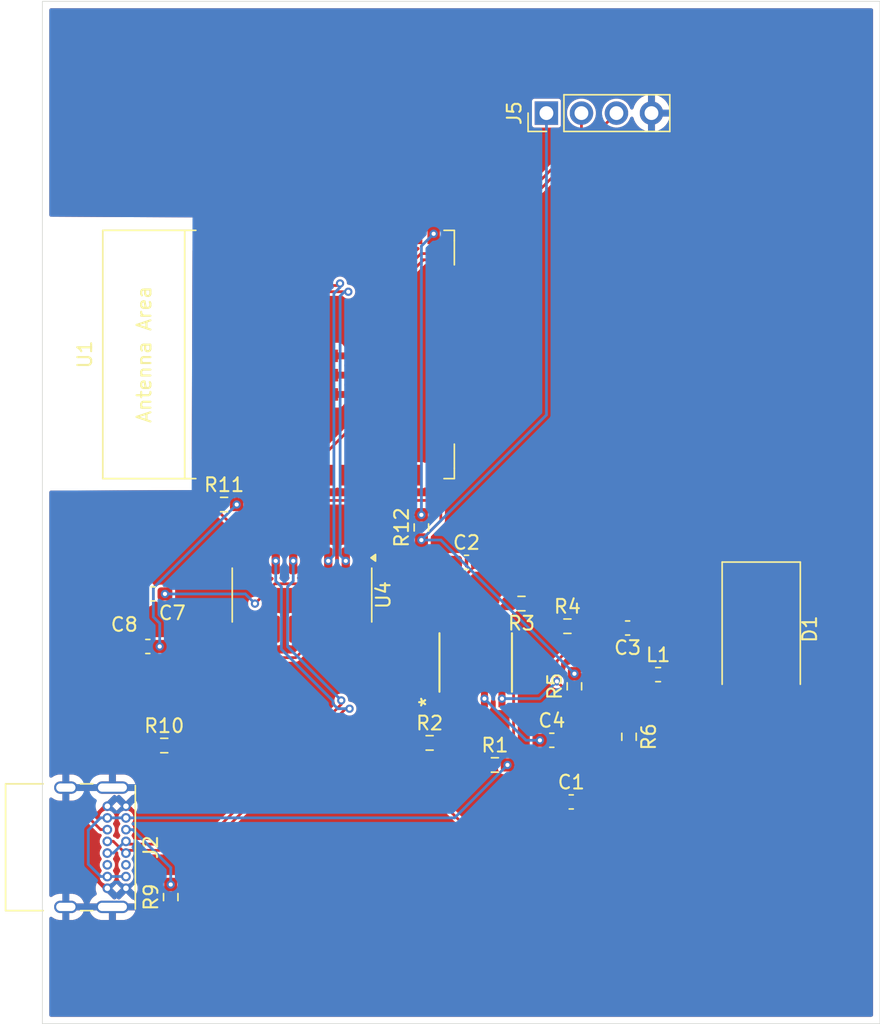
<source format=kicad_pcb>
(kicad_pcb (version 20241229) (generator "pcbnew") (generator_version "9.0")
  (layers (0 "F.Cu" signal) (2 "B.Cu" signal) (13 "F.Paste" user) (15 "B.Paste" user) (5 "F.SilkS" user "F.Silkscreen") (7 "B.SilkS" user "B.Silkscreen") (1 "F.Mask" user) (3 "B.Mask" user) (25 "Edge.Cuts" user))
  (net 0 "")
  (net 3 "VIN")
  (net 4 "GND")
  (net 5 "SW")
  (net 6 "BST")
  (net 7 "+3V3")
  (net 8 "COMP")
  (net 9 "Net-(C4-Pad2)")
  (net 10 "RTS")
  (net 11 "DTR")
  (net 13 "Net-(J2-CC2)")
  (net 14 "D+")
  (net 15 "D-")
  (net 16 "Net-(J2-CC1)")
  (net 17 "EN")
  (net 18 "FREQ")
  (net 19 "Net-(U2-FB)")
  (net 35 "N")
  (net 36 "P")
  (net 43 "unconnected-(U1-GPIO22-Pad36)")
  (net 44 "i2c+")
  (net 45 "i2c-")
  (footprint "MP1584:SOIC8E_MPS_MNP-L" (layer "F.Cu") (at 102.71 95.88 90)
    (property "Reference" "U2" (hide yes))
    (property "Value" "MP1584EN-LF-P")
    (fp_line (start 2.1209 -2.6289) (end -2.1209 -2.6289) (stroke (width 0.1524)) (layer "F.SilkS"))
    (fp_line (start -2.1209 2.6289) (end 2.1209 2.6289) (stroke (width 0.1524)) (layer "F.SilkS"))
    (fp_text user "*" (at -2.87535 -3.556 90) (layer "F.SilkS"))
    (fp_text user "*" (at -2.87535 -3.556 90) (layer "F.SilkS"))
    (pad "1" smd rect (at -2.621351 -1.905 90) (size 1.2549 0.508) (layers "F.Cu" "F.Mask" "F.Paste") (net 5 "SW"))
    (pad "2" smd rect (at -2.621351 -0.635 90) (size 1.2549 0.508) (layers "F.Cu" "F.Mask" "F.Paste") (net 17 "EN"))
    (pad "3" smd rect (at -2.621351 0.635 90) (size 1.2549 0.508) (layers "F.Cu" "F.Mask" "F.Paste") (net 8 "COMP"))
    (pad "4" smd rect (at -2.621351 1.905 90) (size 1.2549 0.508) (layers "F.Cu" "F.Mask" "F.Paste") (net 19 "Net-(U2-FB)"))
    (pad "5" smd rect (at 2.621351 1.905 90) (size 1.2549 0.508) (layers "F.Cu" "F.Mask" "F.Paste") (net 4 "GND"))
    (pad "6" smd rect (at 2.621351 0.635 90) (size 1.2549 0.508) (layers "F.Cu" "F.Mask" "F.Paste") (net 18 "FREQ"))
    (pad "7" smd rect (at 2.621351 -0.635 90) (size 1.2549 0.508) (layers "F.Cu" "F.Mask" "F.Paste") (net 3 "VIN"))
    (pad "8" smd rect (at 2.621351 -1.905 90) (size 1.2549 0.508) (layers "F.Cu" "F.Mask" "F.Paste") (net 6 "BST"))
    (pad "EPAD" smd rect (at 0 0 90) (size 2.5654 3.4544) (layers "F.Cu" "F.Mask"))
  )
  (footprint "Capacitor_SMD:C_0603_1608Metric_Pad1.08x0.95mm_HandSolder" (layer "F.Cu") (at 79.3075 90.91 180)
    (property "Reference" "C7" (at -1.3925 -1.38 0) (layer "F.SilkS"))
    (property "Value" "10uF")
    (fp_line (start -0.146267 0.51) (end 0.146267 0.51) (stroke (width 0.12)) (layer "F.SilkS"))
    (fp_line (start -0.146267 -0.51) (end 0.146267 -0.51) (stroke (width 0.12)) (layer "F.SilkS"))
    (pad "1" smd roundrect (at -0.8625 0 180) (size 1.075 0.95) (layers "F.Cu" "F.Mask" "F.Paste") (net 10 "RTS"))
    (pad "2" smd roundrect (at 0.8625 0 180) (size 1.075 0.95) (layers "F.Cu" "F.Mask" "F.Paste") (net 4 "GND"))
  )
  (footprint "Capacitor_SMD:C_0603_1608Metric_Pad1.08x0.95mm_HandSolder" (layer "F.Cu") (at 102.0425 88.62)
    (property "Reference" "C2" (at 0 -1.43 0) (layer "F.SilkS"))
    (property "Value" "100nF")
    (fp_line (start -0.146267 -0.51) (end 0.146267 -0.51) (stroke (width 0.12)) (layer "F.SilkS"))
    (fp_line (start -0.146267 0.51) (end 0.146267 0.51) (stroke (width 0.12)) (layer "F.SilkS"))
    (pad "1" smd roundrect (at -0.8625 0) (size 1.075 0.95) (layers "F.Cu" "F.Mask" "F.Paste") (net 6 "BST"))
    (pad "2" smd roundrect (at 0.8625 0) (size 1.075 0.95) (layers "F.Cu" "F.Mask" "F.Paste") (net 5 "SW"))
  )
  (footprint "Resistor_SMD:R_0603_1608Metric_Pad0.98x0.95mm_HandSolder" (layer "F.Cu") (at 98.77 86.09 90)
    (property "Reference" "R12" (at 0 -1.43 90) (layer "F.SilkS"))
    (property "Value" "10k")
    (fp_line (start -0.254724 -0.5225) (end 0.254724 -0.5225) (stroke (width 0.12)) (layer "F.SilkS"))
    (fp_line (start -0.254724 0.5225) (end 0.254724 0.5225) (stroke (width 0.12)) (layer "F.SilkS"))
    (pad "1" smd roundrect (at -0.9125 0 90) (size 0.975 0.95) (layers "F.Cu" "F.Mask" "F.Paste") (net 7 "+3V3"))
    (pad "2" smd roundrect (at 0.9125 0 90) (size 0.975 0.95) (layers "F.Cu" "F.Mask" "F.Paste") (net 10 "RTS"))
  )
  (footprint "Resistor_SMD:R_0603_1608Metric_Pad0.98x0.95mm_HandSolder" (layer "F.Cu") (at 80.1175 101.9)
    (property "Reference" "R10" (at 0 -1.43 0) (layer "F.SilkS"))
    (property "Value" "5.1k")
    (fp_line (start -0.254724 -0.5225) (end 0.254724 -0.5225) (stroke (width 0.12)) (layer "F.SilkS"))
    (fp_line (start -0.254724 0.5225) (end 0.254724 0.5225) (stroke (width 0.12)) (layer "F.SilkS"))
    (pad "1" smd roundrect (at -0.9125 0) (size 0.975 0.95) (layers "F.Cu" "F.Mask" "F.Paste") (net 4 "GND"))
    (pad "2" smd roundrect (at 0.9125 0) (size 0.975 0.95) (layers "F.Cu" "F.Mask" "F.Paste") (net 13 "Net-(J2-CC2)"))
  )
  (footprint "Package_SO:SOIC-16_3.9x9.9mm_P1.27mm" (layer "F.Cu") (at 90.11 90.99 -90)
    (property "Reference" "U4" (at 0 -5.9 90) (layer "F.SilkS"))
    (property "Value" "CH340C")
    (fp_line (start 0 5.06) (end -1.95 5.06) (stroke (width 0.12)) (layer "F.SilkS"))
    (fp_line (start 0 5.06) (end 1.95 5.06) (stroke (width 0.12)) (layer "F.SilkS"))
    (fp_line (start 0 -5.06) (end -1.95 -5.06) (stroke (width 0.12)) (layer "F.SilkS"))
    (fp_line (start 0 -5.06) (end 1.95 -5.06) (stroke (width 0.12)) (layer "F.SilkS"))
    (fp_poly (pts (xy -2.7 -5.005) (xy -2.94 -5.335) (xy -2.46 -5.335) (xy -2.7 -5.005)) (stroke (width 0.12)) (fill yes) (layer "F.SilkS"))
    (pad "1" smd roundrect (at -2.475 -4.445 270) (size 1.95 0.6) (layers "F.Cu" "F.Mask" "F.Paste") (net 4 "GND"))
    (pad "2" smd roundrect (at -2.475 -3.175 270) (size 1.95 0.6) (layers "F.Cu" "F.Mask" "F.Paste") (net 35 "N"))
    (pad "3" smd roundrect (at -2.475 -1.905 270) (size 1.95 0.6) (layers "F.Cu" "F.Mask" "F.Paste") (net 36 "P"))
    (pad "4" smd roundrect (at -2.475 -0.635 270) (size 1.95 0.6) (layers "F.Cu" "F.Mask" "F.Paste"))
    (pad "5" smd roundrect (at -2.475 0.635 270) (size 1.95 0.6) (layers "F.Cu" "F.Mask" "F.Paste") (net 14 "D+"))
    (pad "6" smd roundrect (at -2.475 1.905 270) (size 1.95 0.6) (layers "F.Cu" "F.Mask" "F.Paste") (net 15 "D-"))
    (pad "7" smd roundrect (at -2.475 3.175 270) (size 1.95 0.6) (layers "F.Cu" "F.Mask" "F.Paste"))
    (pad "8" smd roundrect (at -2.475 4.445 270) (size 1.95 0.6) (layers "F.Cu" "F.Mask" "F.Paste"))
    (pad "9" smd roundrect (at 2.475 4.445 270) (size 1.95 0.6) (layers "F.Cu" "F.Mask" "F.Paste"))
    (pad "10" smd roundrect (at 2.475 3.175 270) (size 1.95 0.6) (layers "F.Cu" "F.Mask" "F.Paste"))
    (pad "11" smd roundrect (at 2.475 1.905 270) (size 1.95 0.6) (layers "F.Cu" "F.Mask" "F.Paste"))
    (pad "12" smd roundrect (at 2.475 0.635 270) (size 1.95 0.6) (layers "F.Cu" "F.Mask" "F.Paste"))
    (pad "13" smd roundrect (at 2.475 -0.635 270) (size 1.95 0.6) (layers "F.Cu" "F.Mask" "F.Paste") (net 11 "DTR"))
    (pad "14" smd roundrect (at 2.475 -1.905 270) (size 1.95 0.6) (layers "F.Cu" "F.Mask" "F.Paste") (net 10 "RTS"))
    (pad "15" smd roundrect (at 2.475 -3.175 270) (size 1.95 0.6) (layers "F.Cu" "F.Mask" "F.Paste"))
    (pad "16" smd roundrect (at 2.475 -4.445 270) (size 1.95 0.6) (layers "F.Cu" "F.Mask" "F.Paste") (net 7 "+3V3"))
  )
  (footprint "Capacitor_SMD:C_0603_1608Metric_Pad1.08x0.95mm_HandSolder" (layer "F.Cu") (at 113.73 93.38 180)
    (property "Reference" "C3" (at 0 -1.43 0) (layer "F.SilkS"))
    (property "Value" "22uF")
    (fp_line (start -0.146267 0.51) (end 0.146267 0.51) (stroke (width 0.12)) (layer "F.SilkS"))
    (fp_line (start -0.146267 -0.51) (end 0.146267 -0.51) (stroke (width 0.12)) (layer "F.SilkS"))
    (pad "1" smd roundrect (at -0.8625 0 180) (size 1.075 0.95) (layers "F.Cu" "F.Mask" "F.Paste") (net 7 "+3V3"))
    (pad "2" smd roundrect (at 0.8625 0 180) (size 1.075 0.95) (layers "F.Cu" "F.Mask" "F.Paste") (net 4 "GND"))
  )
  (footprint "Connector_PinHeader_2.54mm:PinHeader_1x04_P2.54mm_Vertical" (layer "F.Cu") (at 107.84 56.05 90)
    (property "Reference" "J5" (at 0 -2.33 90) (layer "F.SilkS"))
    (property "Value" "Display Connector")
    (fp_line (start -1.33 -1.33) (end 0 -1.33) (stroke (width 0.12)) (layer "F.SilkS"))
    (fp_line (start -1.33 0) (end -1.33 -1.33) (stroke (width 0.12)) (layer "F.SilkS"))
    (fp_line (start 1.33 1.27) (end 1.33 8.95) (stroke (width 0.12)) (layer "F.SilkS"))
    (fp_line (start -1.33 1.27) (end 1.33 1.27) (stroke (width 0.12)) (layer "F.SilkS"))
    (fp_line (start -1.33 1.27) (end -1.33 8.95) (stroke (width 0.12)) (layer "F.SilkS"))
    (fp_line (start -1.33 8.95) (end 1.33 8.95) (stroke (width 0.12)) (layer "F.SilkS"))
    (pad "1" thru_hole rect (at 0 0 90) (size 1.7 1.7) (drill 1) (layers "*.Cu" "*.Mask") (net 7 "+3V3"))
    (pad "2" thru_hole oval (at 0 2.54 90) (size 1.7 1.7) (drill 1) (layers "*.Cu" "*.Mask") (net 44 "i2c+"))
    (pad "3" thru_hole oval (at 0 5.08 90) (size 1.7 1.7) (drill 1) (layers "*.Cu" "*.Mask") (net 45 "i2c-"))
    (pad "4" thru_hole oval (at 0 7.62 90) (size 1.7 1.7) (drill 1) (layers "*.Cu" "*.Mask") (net 4 "GND"))
  )
  (footprint "Resistor_SMD:R_0603_1608Metric_Pad0.98x0.95mm_HandSolder" (layer "F.Cu") (at 99.3675 101.71)
    (property "Reference" "R2" (at 0 -1.43 0) (layer "F.SilkS"))
    (property "Value" "24.9k")
    (fp_line (start -0.254724 -0.5225) (end 0.254724 -0.5225) (stroke (width 0.12)) (layer "F.SilkS"))
    (fp_line (start -0.254724 0.5225) (end 0.254724 0.5225) (stroke (width 0.12)) (layer "F.SilkS"))
    (pad "1" smd roundrect (at -0.9125 0) (size 0.975 0.95) (layers "F.Cu" "F.Mask" "F.Paste") (net 4 "GND"))
    (pad "2" smd roundrect (at 0.9125 0) (size 0.975 0.95) (layers "F.Cu" "F.Mask" "F.Paste") (net 17 "EN"))
  )
  (footprint "Resistor_SMD:R_0603_1608Metric_Pad0.98x0.95mm_HandSolder" (layer "F.Cu") (at 106.03 91.61 180)
    (property "Reference" "R3" (at 0 -1.43 0) (layer "F.SilkS"))
    (property "Value" "200k")
    (fp_line (start -0.254724 0.5225) (end 0.254724 0.5225) (stroke (width 0.12)) (layer "F.SilkS"))
    (fp_line (start -0.254724 -0.5225) (end 0.254724 -0.5225) (stroke (width 0.12)) (layer "F.SilkS"))
    (pad "1" smd roundrect (at -0.9125 0 180) (size 0.975 0.95) (layers "F.Cu" "F.Mask" "F.Paste") (net 4 "GND"))
    (pad "2" smd roundrect (at 0.9125 0 180) (size 0.975 0.95) (layers "F.Cu" "F.Mask" "F.Paste") (net 18 "FREQ"))
  )
  (footprint "Capacitor_SMD:C_0603_1608Metric_Pad1.08x0.95mm_HandSolder" (layer "F.Cu") (at 109.64 105.99)
    (property "Reference" "C1" (at 0 -1.43 0) (layer "F.SilkS"))
    (property "Value" "10uF")
    (fp_line (start -0.146267 -0.51) (end 0.146267 -0.51) (stroke (width 0.12)) (layer "F.SilkS"))
    (fp_line (start -0.146267 0.51) (end 0.146267 0.51) (stroke (width 0.12)) (layer "F.SilkS"))
    (pad "1" smd roundrect (at -0.8625 0) (size 1.075 0.95) (layers "F.Cu" "F.Mask" "F.Paste") (net 3 "VIN"))
    (pad "2" smd roundrect (at 0.8625 0) (size 1.075 0.95) (layers "F.Cu" "F.Mask" "F.Paste") (net 4 "GND"))
  )
  (footprint "Resistor_SMD:R_0603_1608Metric_Pad0.98x0.95mm_HandSolder" (layer "F.Cu") (at 80.59 112.89 90)
    (property "Reference" "R9" (at 0 -1.43 90) (layer "F.SilkS"))
    (property "Value" "5.1k")
    (fp_line (start -0.254724 -0.5225) (end 0.254724 -0.5225) (stroke (width 0.12)) (layer "F.SilkS"))
    (fp_line (start -0.254724 0.5225) (end 0.254724 0.5225) (stroke (width 0.12)) (layer "F.SilkS"))
    (pad "1" smd roundrect (at -0.9125 0 90) (size 0.975 0.95) (layers "F.Cu" "F.Mask" "F.Paste") (net 4 "GND"))
    (pad "2" smd roundrect (at 0.9125 0 90) (size 0.975 0.95) (layers "F.Cu" "F.Mask" "F.Paste") (net 16 "Net-(J2-CC1)"))
  )
  (footprint "PCM_Espressif:ESP32-WROOM-32E" (layer "F.Cu") (at 90.16 73.55 90)
    (property "Reference" "U1" (at 0 -15.8 90) (layer "F.SilkS"))
    (property "Value" "ESP32-WROOM-E")
    (fp_line (start 9 -14.5) (end 9 -7.75) (stroke (width 0.12)) (layer "F.SilkS"))
    (fp_line (start -9 -14.5) (end 9 -14.5) (stroke (width 0.12)) (layer "F.SilkS"))
    (fp_line (start -9 -14.5) (end -9 -7.75) (stroke (width 0.12)) (layer "F.SilkS"))
    (fp_line (start 9 -8.56) (end -9 -8.56) (stroke (width 0.12)) (layer "F.SilkS"))
    (fp_line (start 9 10.25) (end 9 11) (stroke (width 0.12)) (layer "F.SilkS"))
    (fp_line (start -9 10.25) (end -9 11) (stroke (width 0.12)) (layer "F.SilkS"))
    (fp_line (start 9 11) (end 8.25 11) (stroke (width 0.12)) (layer "F.SilkS"))
    (fp_line (start 8.25 11) (end 6.5 11) (stroke (width 0.12)) (layer "F.SilkS"))
    (fp_line (start -8.25 11) (end -6.5 11) (stroke (width 0.12)) (layer "F.SilkS"))
    (fp_line (start -9 11) (end -8.25 11) (stroke (width 0.12)) (layer "F.SilkS"))
    (fp_text user "Antenna Area" (at 0 -11.5 90) (layer "F.SilkS"))
    (pad "1" smd rect (at -8.75 -7.01 90) (size 1.5 0.9) (layers "F.Cu" "F.Mask" "F.Paste") (net 4 "GND"))
    (pad "2" smd rect (at -8.75 -5.74 90) (size 1.5 0.9) (layers "F.Cu" "F.Mask" "F.Paste") (net 7 "+3V3"))
    (pad "3" smd rect (at -8.75 -4.47 90) (size 1.5 0.9) (layers "F.Cu" "F.Mask" "F.Paste") (net 11 "DTR"))
    (pad "4" smd rect (at -8.75 -3.2 90) (size 1.5 0.9) (layers "F.Cu" "F.Mask" "F.Paste"))
    (pad "5" smd rect (at -8.75 -1.93 90) (size 1.5 0.9) (layers "F.Cu" "F.Mask" "F.Paste"))
    (pad "6" smd rect (at -8.75 -0.66 90) (size 1.5 0.9) (layers "F.Cu" "F.Mask" "F.Paste"))
    (pad "7" smd rect (at -8.75 0.61 90) (size 1.5 0.9) (layers "F.Cu" "F.Mask" "F.Paste") (net 44 "i2c+"))
    (pad "8" smd rect (at -8.75 1.88 90) (size 1.5 0.9) (layers "F.Cu" "F.Mask" "F.Paste"))
    (pad "9" smd rect (at -8.75 3.15 90) (size 1.5 0.9) (layers "F.Cu" "F.Mask" "F.Paste"))
    (pad "10" smd rect (at -8.75 4.42 90) (size 1.5 0.9) (layers "F.Cu" "F.Mask" "F.Paste") (net 45 "i2c-"))
    (pad "11" smd rect (at -8.75 5.69 90) (size 1.5 0.9) (layers "F.Cu" "F.Mask" "F.Paste"))
    (pad "12" smd rect (at -8.75 6.96 90) (size 1.5 0.9) (layers "F.Cu" "F.Mask" "F.Paste"))
    (pad "13" smd rect (at -8.75 8.23 90) (size 1.5 0.9) (layers "F.Cu" "F.Mask" "F.Paste"))
    (pad "14" smd rect (at -8.75 9.5 90) (size 1.5 0.9) (layers "F.Cu" "F.Mask" "F.Paste"))
    (pad "15" smd rect (at -5.72 10.75 180) (size 1.5 0.9) (layers "F.Cu" "F.Mask" "F.Paste") (net 4 "GND"))
    (pad "16" smd rect (at -4.45 10.75 180) (size 1.5 0.9) (layers "F.Cu" "F.Mask" "F.Paste"))
    (pad "17" smd rect (at -3.18 10.75 180) (size 1.5 0.9) (layers "F.Cu" "F.Mask" "F.Paste"))
    (pad "18" smd rect (at -1.91 10.75 180) (size 1.5 0.9) (layers "F.Cu" "F.Mask" "F.Paste"))
    (pad "19" smd rect (at -0.64 10.75 180) (size 1.5 0.9) (layers "F.Cu" "F.Mask" "F.Paste"))
    (pad "20" smd rect (at 0.63 10.75 180) (size 1.5 0.9) (layers "F.Cu" "F.Mask" "F.Paste"))
    (pad "21" smd rect (at 1.9 10.75 180) (size 1.5 0.9) (layers "F.Cu" "F.Mask" "F.Paste"))
    (pad "22" smd rect (at 3.17 10.75 180) (size 1.5 0.9) (layers "F.Cu" "F.Mask" "F.Paste"))
    (pad "23" smd rect (at 4.44 10.75 180) (size 1.5 0.9) (layers "F.Cu" "F.Mask" "F.Paste"))
    (pad "24" smd rect (at 5.71 10.75 180) (size 1.5 0.9) (layers "F.Cu" "F.Mask" "F.Paste"))
    (pad "25" smd rect (at 8.75 9.5 270) (size 1.5 0.9) (layers "F.Cu" "F.Mask" "F.Paste") (net 10 "RTS"))
    (pad "26" smd rect (at 8.75 8.23 270) (size 1.5 0.9) (layers "F.Cu" "F.Mask" "F.Paste"))
    (pad "27" smd rect (at 8.75 6.96 270) (size 1.5 0.9) (layers "F.Cu" "F.Mask" "F.Paste"))
    (pad "28" smd rect (at 8.75 5.69 270) (size 1.5 0.9) (layers "F.Cu" "F.Mask" "F.Paste"))
    (pad "29" smd rect (at 8.75 4.42 270) (size 1.5 0.9) (layers "F.Cu" "F.Mask" "F.Paste"))
    (pad "30" smd rect (at 8.75 3.15 270) (size 1.5 0.9) (layers "F.Cu" "F.Mask" "F.Paste"))
    (pad "31" smd rect (at 8.75 1.88 270) (size 1.5 0.9) (layers "F.Cu" "F.Mask" "F.Paste"))
    (pad "32" smd rect (at 8.75 0.61 270) (size 1.5 0.9) (layers "F.Cu" "F.Mask" "F.Paste"))
    (pad "33" smd rect (at 8.75 -0.66 270) (size 1.5 0.9) (layers "F.Cu" "F.Mask" "F.Paste"))
    (pad "34" smd rect (at 8.75 -1.93 270) (size 1.5 0.9) (layers "F.Cu" "F.Mask" "F.Paste") (net 36 "P"))
    (pad "35" smd rect (at 8.75 -3.2 270) (size 1.5 0.9) (layers "F.Cu" "F.Mask" "F.Paste") (net 35 "N"))
    (pad "36" smd rect (at 8.75 -4.47 270) (size 1.5 0.9) (layers "F.Cu" "F.Mask" "F.Paste") (net 43 "unconnected-(U1-GPIO22-Pad36)"))
    (pad "37" smd rect (at 8.75 -5.74 270) (size 1.5 0.9) (layers "F.Cu" "F.Mask" "F.Paste"))
    (pad "38" smd rect (at 8.75 -7.01 270) (size 1.5 0.9) (layers "F.Cu" "F.Mask" "F.Paste") (net 4 "GND"))
    (pad "39" smd rect (at -2.9 -0.69 270) (size 0.9 0.9) (layers "F.Cu" "F.Mask" "F.Paste") (net 4 "GND"))
    (pad "39" smd rect (at -2.9 -0.69 270) (size 0.9 0.9) (layers "F.Cu" "F.Mask" "F.Paste") (net 4 "GND"))
    (pad "39" smd rect (at -2.9 0.71 270) (size 0.9 0.9) (layers "F.Cu" "F.Mask" "F.Paste") (net 4 "GND"))
    (pad "39" smd rect (at -2.9 2.11 270) (size 0.9 0.9) (layers "F.Cu" "F.Mask" "F.Paste") (net 4 "GND"))
    (pad "39" smd rect (at -2.9 2.11 270) (size 0.9 0.9) (layers "F.Cu" "F.Mask" "F.Paste") (net 4 "GND"))
    (pad "39" smd rect (at -1.5 -0.69 270) (size 0.9 0.9) (layers "F.Cu" "F.Mask" "F.Paste") (net 4 "GND"))
    (pad "39" smd rect (at -1.5 0.71 270) (size 0.9 0.9) (layers "F.Cu" "F.Mask" "F.Paste") (net 4 "GND"))
    (pad "39" smd rect (at -1.5 2.11 270) (size 0.9 0.9) (layers "F.Cu" "F.Mask" "F.Paste") (net 4 "GND"))
    (pad "39" smd rect (at -1.5 2.11 270) (size 0.9 0.9) (layers "F.Cu" "F.Mask" "F.Paste") (net 4 "GND"))
    (pad "39" smd rect (at -0.1 -0.69 270) (size 0.9 0.9) (layers "F.Cu" "F.Mask" "F.Paste") (net 4 "GND"))
    (pad "39" smd rect (at -0.1 0.71 270) (size 0.9 0.9) (layers "F.Cu" "F.Mask" "F.Paste") (net 4 "GND"))
    (pad "39" smd rect (at -0.1 2.11 270) (size 0.9 0.9) (layers "F.Cu" "F.Mask" "F.Paste") (net 4 "GND"))
    (zone (net 0) (net_name "") (layers "F.Cu" "B.Cu") (name "antenna keepout") (connect_pads (clearance 0)) (min_thickness 0.254)
      (keepout (tracks not_allowed) (vias not_allowed) (pads not_allowed) (copperpour not_allowed) (footprints not_allowed))
      (fill (thermal_gap 0.508) (thermal_bridge_width 0.508))
      (polygon (pts (xy 81.61 64.55) (xy 81.61 82.55) (xy 75.66 82.55) (xy 75.66 64.55)))
    )
  )
  (footprint "Diode_SMD:D_3220_8050Metric_Pad2.65x5.15mm_HandSolder" (layer "F.Cu") (at 123.42 93.46 -90)
    (property "Reference" "D1" (at 0 -3.52 90) (layer "F.SilkS"))
    (property "Value" "D_Schottky")
    (fp_line (start -4.86 2.835) (end 4 2.835) (stroke (width 0.12)) (layer "F.SilkS"))
    (fp_line (start -4.86 -2.835) (end -4.86 2.835) (stroke (width 0.12)) (layer "F.SilkS"))
    (fp_line (start 4 -2.835) (end -4.86 -2.835) (stroke (width 0.12)) (layer "F.SilkS"))
    (pad "1" smd roundrect (at -3.275 0 270) (size 2.65 5.15) (layers "F.Cu" "F.Mask" "F.Paste") (roundrect_rratio 0.09434) (net 4 "GND"))
    (pad "2" smd roundrect (at 3.275 0 270) (size 2.65 5.15) (layers "F.Cu" "F.Mask" "F.Paste") (roundrect_rratio 0.09434) (net 5 "SW"))
  )
  (footprint "Capacitor_SMD:C_0603_1608Metric_Pad1.08x0.95mm_HandSolder" (layer "F.Cu") (at 108.23 101.52)
    (property "Reference" "C4" (at 0 -1.43 0) (layer "F.SilkS"))
    (property "Value" "220pF")
    (fp_line (start -0.146267 -0.51) (end 0.146267 -0.51) (stroke (width 0.12)) (layer "F.SilkS"))
    (fp_line (start -0.146267 0.51) (end 0.146267 0.51) (stroke (width 0.12)) (layer "F.SilkS"))
    (pad "1" smd roundrect (at -0.8625 0) (size 1.075 0.95) (layers "F.Cu" "F.Mask" "F.Paste") (net 8 "COMP"))
    (pad "2" smd roundrect (at 0.8625 0) (size 1.075 0.95) (layers "F.Cu" "F.Mask" "F.Paste") (net 9 "Net-(C4-Pad2)"))
  )
  (footprint "Capacitor_SMD:C_0603_1608Metric_Pad1.08x0.95mm_HandSolder" (layer "F.Cu") (at 78.9275 94.72)
    (property "Reference" "C8" (at -1.7075 -1.59 0) (layer "F.SilkS"))
    (property "Value" "10uF")
    (fp_line (start -0.146267 -0.51) (end 0.146267 -0.51) (stroke (width 0.12)) (layer "F.SilkS"))
    (fp_line (start -0.146267 0.51) (end 0.146267 0.51) (stroke (width 0.12)) (layer "F.SilkS"))
    (pad "1" smd roundrect (at -0.8625 0) (size 1.075 0.95) (layers "F.Cu" "F.Mask" "F.Paste") (net 4 "GND"))
    (pad "2" smd roundrect (at 0.8625 0) (size 1.075 0.95) (layers "F.Cu" "F.Mask" "F.Paste") (net 11 "DTR"))
  )
  (footprint "Connector_USB:USB_C_Receptacle_GCT_USB4085" (layer "F.Cu") (at 77.34 106.3 -90)
    (property "Reference" "J2" (at 2.975 -1.8 90) (layer "F.SilkS"))
    (property "Value" "USB_C_Receptacle_USB2.0_14P" (hide yes))
    (fp_line (start -1.62 8.73) (end 7.57 8.73) (stroke (width 0.12)) (layer "F.SilkS"))
    (fp_line (start -1.62 6) (end -1.62 8.73) (stroke (width 0.12)) (layer "F.SilkS"))
    (fp_line (start 7.57 6) (end 7.57 8.73) (stroke (width 0.12)) (layer "F.SilkS"))
    (fp_line (start -1.62 2.4) (end -1.62 3.3) (stroke (width 0.12)) (layer "F.SilkS"))
    (fp_line (start 7.57 2.4) (end 7.57 3.3) (stroke (width 0.12)) (layer "F.SilkS"))
    (fp_line (start -1.5 -0.68) (end 7.45 -0.68) (stroke (width 0.12)) (layer "F.SilkS"))
    (pad "A1" thru_hole circle (at 0 0 270) (size 0.7 0.7) (drill 0.4) (layers "*.Cu" "*.Mask") (net 4 "GND"))
    (pad "A4" thru_hole circle (at 0.85 0 270) (size 0.7 0.7) (drill 0.4) (layers "*.Cu" "*.Mask") (net 3 "VIN"))
    (pad "A5" thru_hole circle (at 1.7 0 270) (size 0.7 0.7) (drill 0.4) (layers "*.Cu" "*.Mask") (net 16 "Net-(J2-CC1)"))
    (pad "A6" thru_hole circle (at 2.55 0 270) (size 0.7 0.7) (drill 0.4) (layers "*.Cu" "*.Mask") (net 14 "D+"))
    (pad "A7" thru_hole circle (at 3.4 0 270) (size 0.7 0.7) (drill 0.4) (layers "*.Cu" "*.Mask") (net 15 "D-"))
    (pad "A8" thru_hole circle (at 4.25 0 270) (size 0.7 0.7) (drill 0.4) (layers "*.Cu" "*.Mask"))
    (pad "A9" thru_hole circle (at 5.1 0 270) (size 0.7 0.7) (drill 0.4) (layers "*.Cu" "*.Mask") (net 3 "VIN"))
    (pad "A12" thru_hole circle (at 5.95 0 270) (size 0.7 0.7) (drill 0.4) (layers "*.Cu" "*.Mask") (net 4 "GND"))
    (pad "B1" thru_hole circle (at 5.95 1.35 270) (size 0.7 0.7) (drill 0.4) (layers "*.Cu" "*.Mask") (net 4 "GND"))
    (pad "B4" thru_hole circle (at 5.1 1.35 270) (size 0.7 0.7) (drill 0.4) (layers "*.Cu" "*.Mask") (net 3 "VIN"))
    (pad "B5" thru_hole circle (at 4.25 1.35 270) (size 0.7 0.7) (drill 0.4) (layers "*.Cu" "*.Mask") (net 13 "Net-(J2-CC2)"))
    (pad "B6" thru_hole circle (at 3.4 1.35 270) (size 0.7 0.7) (drill 0.4) (layers "*.Cu" "*.Mask") (net 14 "D+"))
    (pad "B7" thru_hole circle (at 2.55 1.35 270) (size 0.7 0.7) (drill 0.4) (layers "*.Cu" "*.Mask") (net 15 "D-"))
    (pad "B8" thru_hole circle (at 1.7 1.35 270) (size 0.7 0.7) (drill 0.4) (layers "*.Cu" "*.Mask"))
    (pad "B9" thru_hole circle (at 0.85 1.35 270) (size 0.7 0.7) (drill 0.4) (layers "*.Cu" "*.Mask") (net 3 "VIN"))
    (pad "B12" thru_hole circle (at 0 1.35 270) (size 0.7 0.7) (drill 0.4) (layers "*.Cu" "*.Mask") (net 4 "GND"))
    (pad "S1" thru_hole oval (at -1.35 0.98 270) (size 0.9 2.4) (drill oval 0.6 2.1) (layers "*.Cu" "*.Mask") (net 4 "GND"))
    (pad "S1" thru_hole oval (at -1.35 4.36 270) (size 0.9 1.7) (drill oval 0.6 1.4) (layers "*.Cu" "*.Mask") (net 4 "GND"))
    (pad "S1" thru_hole oval (at 7.3 0.98 270) (size 0.9 2.4) (drill oval 0.6 2.1) (layers "*.Cu" "*.Mask") (net 4 "GND"))
    (pad "S1" thru_hole oval (at 7.3 4.36 270) (size 0.9 1.7) (drill oval 0.6 1.4) (layers "*.Cu" "*.Mask") (net 4 "GND"))
  )
  (footprint "Resistor_SMD:R_0603_1608Metric_Pad0.98x0.95mm_HandSolder" (layer "F.Cu") (at 109.87 97.6075 90)
    (property "Reference" "R5" (at 0 -1.43 90) (layer "F.SilkS"))
    (property "Value" "124k")
    (fp_line (start -0.254724 -0.5225) (end 0.254724 -0.5225) (stroke (width 0.12)) (layer "F.SilkS"))
    (fp_line (start -0.254724 0.5225) (end 0.254724 0.5225) (stroke (width 0.12)) (layer "F.SilkS"))
    (pad "1" smd roundrect (at -0.9125 0 90) (size 0.975 0.95) (layers "F.Cu" "F.Mask" "F.Paste") (net 19 "Net-(U2-FB)"))
    (pad "2" smd roundrect (at 0.9125 0 90) (size 0.975 0.95) (layers "F.Cu" "F.Mask" "F.Paste") (net 7 "+3V3"))
  )
  (footprint "Resistor_SMD:R_0603_1608Metric_Pad0.98x0.95mm_HandSolder" (layer "F.Cu") (at 104.1025 103.31)
    (property "Reference" "R1" (at 0 -1.43 0) (layer "F.SilkS"))
    (property "Value" "100k")
    (fp_line (start -0.254724 -0.5225) (end 0.254724 -0.5225) (stroke (width 0.12)) (layer "F.SilkS"))
    (fp_line (start -0.254724 0.5225) (end 0.254724 0.5225) (stroke (width 0.12)) (layer "F.SilkS"))
    (pad "1" smd roundrect (at -0.9125 0) (size 0.975 0.95) (layers "F.Cu" "F.Mask" "F.Paste") (net 17 "EN"))
    (pad "2" smd roundrect (at 0.9125 0) (size 0.975 0.95) (layers "F.Cu" "F.Mask" "F.Paste") (net 3 "VIN"))
  )
  (footprint "Resistor_SMD:R_0603_1608Metric_Pad0.98x0.95mm_HandSolder" (layer "F.Cu") (at 109.3625 93.25)
    (property "Reference" "R4" (at 0 -1.43 0) (layer "F.SilkS"))
    (property "Value" "40.2k")
    (fp_line (start -0.254724 -0.5225) (end 0.254724 -0.5225) (stroke (width 0.12)) (layer "F.SilkS"))
    (fp_line (start -0.254724 0.5225) (end 0.254724 0.5225) (stroke (width 0.12)) (layer "F.SilkS"))
    (pad "1" smd roundrect (at -0.9125 0) (size 0.975 0.95) (layers "F.Cu" "F.Mask" "F.Paste") (net 4 "GND"))
    (pad "2" smd roundrect (at 0.9125 0) (size 0.975 0.95) (layers "F.Cu" "F.Mask" "F.Paste") (net 19 "Net-(U2-FB)"))
  )
  (footprint "Resistor_SMD:R_0603_1608Metric_Pad0.98x0.95mm_HandSolder" (layer "F.Cu") (at 84.46 84.43)
    (property "Reference" "R11" (at 0 -1.43 0) (layer "F.SilkS"))
    (property "Value" "10k")
    (fp_line (start -0.254724 -0.5225) (end 0.254724 -0.5225) (stroke (width 0.12)) (layer "F.SilkS"))
    (fp_line (start -0.254724 0.5225) (end 0.254724 0.5225) (stroke (width 0.12)) (layer "F.SilkS"))
    (pad "1" smd roundrect (at -0.9125 0) (size 0.975 0.95) (layers "F.Cu" "F.Mask" "F.Paste") (net 7 "+3V3"))
    (pad "2" smd roundrect (at 0.9125 0) (size 0.975 0.95) (layers "F.Cu" "F.Mask" "F.Paste") (net 11 "DTR"))
  )
  (footprint "Resistor_SMD:R_0603_1608Metric_Pad0.98x0.95mm_HandSolder" (layer "F.Cu") (at 113.83 101.2675 -90)
    (property "Reference" "R6" (at 0 -1.43 90) (layer "F.SilkS"))
    (property "Value" "68.1k")
    (fp_line (start -0.254724 0.5225) (end 0.254724 0.5225) (stroke (width 0.12)) (layer "F.SilkS"))
    (fp_line (start -0.254724 -0.5225) (end 0.254724 -0.5225) (stroke (width 0.12)) (layer "F.SilkS"))
    (pad "1" smd roundrect (at -0.9125 0 270) (size 0.975 0.95) (layers "F.Cu" "F.Mask" "F.Paste") (net 4 "GND"))
    (pad "2" smd roundrect (at 0.9125 0 270) (size 0.975 0.95) (layers "F.Cu" "F.Mask" "F.Paste") (net 9 "Net-(C4-Pad2)"))
  )
  (footprint "Inductor_SMD:L_0603_1608Metric_Pad1.05x0.95mm_HandSolder" (layer "F.Cu") (at 115.94 96.76)
    (property "Reference" "L1" (at 0 -1.43 0) (layer "F.SilkS"))
    (property "Value" "10uH")
    (fp_line (start -0.171267 -0.51) (end 0.171267 -0.51) (stroke (width 0.12)) (layer "F.SilkS"))
    (fp_line (start -0.171267 0.51) (end 0.171267 0.51) (stroke (width 0.12)) (layer "F.SilkS"))
    (pad "1" smd roundrect (at -0.875 0) (size 1.05 0.95) (layers "F.Cu" "F.Mask" "F.Paste") (net 7 "+3V3"))
    (pad "2" smd roundrect (at 0.875 0) (size 1.05 0.95) (layers "F.Cu" "F.Mask" "F.Paste") (net 5 "SW"))
  )
  (gr_rect (start 71.28 47.95) (end 132.03 122.07) (stroke (width 0.05)) (fill no) (layer "Edge.Cuts"))
  (segment (start 104.6519 94.21) (end 102.82 94.21) (width 0.2) (layer "F.Cu") (net 3))
  (segment (start 105.015 103.31) (end 106.0975 103.31) (width 0.2) (layer "F.Cu") (net 3))
  (segment (start 106.0975 103.31) (end 108.7775 105.99) (width 0.2) (layer "F.Cu") (net 3))
  (segment (start 102.82 94.21) (end 102.075 93.465) (width 0.2) (layer "F.Cu") (net 3))
  (segment (start 105.46 102.865) (end 105.46 95.0181) (width 0.2) (layer "F.Cu") (net 3))
  (segment (start 105.46 95.0181) (end 104.6519 94.21) (width 0.2) (layer "F.Cu") (net 3))
  (segment (start 105.015 103.31) (end 105.46 102.865) (width 0.2) (layer "F.Cu") (net 3))
  (via (at 105.015 103.31) (size 0.6) (drill 0.3) (layers "F.Cu" "B.Cu") (net 3))
  (segment (start 75.500026 107.145) (end 74.61 108.035026) (width 0.2) (layer "B.Cu") (net 3))
  (segment (start 75.500026 111.395) (end 75.995 111.395) (width 0.2) (layer "B.Cu") (net 3))
  (segment (start 75.995 107.145) (end 75.500026 107.145) (width 0.2) (layer "B.Cu") (net 3))
  (segment (start 74.61 110.504974) (end 75.500026 111.395) (width 0.2) (layer "B.Cu") (net 3))
  (segment (start 75.995 111.395) (end 77.345 111.395) (width 0.2) (layer "B.Cu") (net 3))
  (segment (start 75.995 107.145) (end 77.345 107.145) (width 0.2) (layer "B.Cu") (net 3))
  (segment (start 77.345 107.145) (end 101.18 107.145) (width 0.2) (layer "B.Cu") (net 3))
  (segment (start 101.18 107.145) (end 105.015 103.31) (width 0.2) (layer "B.Cu") (net 3))
  (segment (start 74.61 108.035026) (end 74.61 110.504974) (width 0.2) (layer "B.Cu") (net 3))
  (segment (start 101.52 94.027099) (end 101.52 90.005) (width 0.2) (layer "F.Cu") (net 5))
  (segment (start 105.009 110.811) (end 109.159 110.811) (width 0.2) (layer "F.Cu") (net 5))
  (segment (start 116.815 96.76) (end 123.18 96.76) (width 0.2) (layer "F.Cu") (net 5))
  (segment (start 100.6 94.45) (end 100.76 94.29) (width 0.2) (layer "F.Cu") (net 5))
  (segment (start 109.159 110.811) (end 116.815 103.155) (width 0.2) (layer "F.Cu") (net 5))
  (segment (start 99.4915 105.2935) (end 105.009 110.811) (width 0.2) (layer "F.Cu") (net 5))
  (segment (start 100.76 94.29) (end 101.257099 94.29) (width 0.2) (layer "F.Cu") (net 5))
  (segment (start 100.805 98.501351) (end 99.4915 99.814851) (width 0.2) (layer "F.Cu") (net 5))
  (segment (start 100.805 98.501351) (end 100.6 98.296351) (width 0.2) (layer "F.Cu") (net 5))
  (segment (start 116.815 103.155) (end 116.815 96.76) (width 0.2) (layer "F.Cu") (net 5))
  (segment (start 101.257099 94.29) (end 101.52 94.027099) (width 0.2) (layer "F.Cu") (net 5))
  (segment (start 101.52 90.005) (end 102.905 88.62) (width 0.2) (layer "F.Cu") (net 5))
  (segment (start 99.4915 99.814851) (end 99.4915 105.2935) (width 0.2) (layer "F.Cu") (net 5))
  (segment (start 100.6 98.296351) (end 100.6 94.45) (width 0.2) (layer "F.Cu") (net 5))
  (segment (start 100.805 88.995) (end 101.18 88.62) (width 0.2) (layer "F.Cu") (net 6))
  (segment (start 100.805 93.258649) (end 100.805 88.995) (width 0.2) (layer "F.Cu") (net 6))
  (segment (start 83.5475 84.43) (end 84.7675 85.65) (width 0.2) (layer "F.Cu") (net 7))
  (segment (start 83.5475 84.43) (end 84.42 83.5575) (width 0.2) (layer "F.Cu") (net 7))
  (segment (start 100.18 84.73) (end 100.18 85.5925) (width 0.2) (layer "F.Cu") (net 7))
  (segment (start 88.98 84.13) (end 99.58 84.13) (width 0.2) (layer "F.Cu") (net 7))
  (segment (start 95.555 93.465) (end 94.555 93.465) (width 0.2) (layer "F.Cu") (net 7))
  (segment (start 114.5925 96.2875) (end 115.065 96.76) (width 0.2) (layer "F.Cu") (net 7))
  (segment (start 100.18 85.5925) (end 98.77 87.0025) (width 0.2) (layer "F.Cu") (net 7))
  (segment (start 98.77 90.28) (end 95.57 93.48) (width 0.2) (layer "F.Cu") (net 7))
  (segment (start 84.7675 85.65) (end 87.46 85.65) (width 0.2) (layer "F.Cu") (net 7))
  (segment (start 95.57 93.48) (end 95.555 93.465) (width 0.2) (layer "F.Cu") (net 7))
  (segment (start 98.77 87.0025) (end 98.77 90.28) (width 0.2) (layer "F.Cu") (net 7))
  (segment (start 114.5925 93.38) (end 114.5925 96.2875) (width 0.2) (layer "F.Cu") (net 7))
  (segment (start 99.58 84.13) (end 100.18 84.73) (width 0.2) (layer "F.Cu") (net 7))
  (segment (start 115.065 96.76) (end 109.935 96.76) (width 0.2) (layer "F.Cu") (net 7))
  (segment (start 84.42 83.5575) (end 84.42 82.3) (width 0.2) (layer "F.Cu") (net 7))
  (segment (start 87.46 85.65) (end 88.98 84.13) (width 0.2) (layer "F.Cu") (net 7))
  (via (at 109.87 96.695) (size 0.6) (drill 0.3) (layers "F.Cu" "B.Cu") (net 7))
  (via (at 98.77 87.0025) (size 0.6) (drill 0.3) (layers "F.Cu" "B.Cu") (net 7))
  (segment (start 107.84 77.9325) (end 107.84 56.05) (width 0.2) (layer "B.Cu") (net 7))
  (segment (start 109.87 96.695) (end 100.1775 87.0025) (width 0.2) (layer "B.Cu") (net 7))
  (segment (start 100.1775 87.0025) (end 98.77 87.0025) (width 0.2) (layer "B.Cu") (net 7))
  (segment (start 98.77 87.0025) (end 107.84 77.9325) (width 0.2) (layer "B.Cu") (net 7))
  (via (at 107.3675 101.52) (size 0.6) (drill 0.3) (layers "F.Cu" "B.Cu") (net 8))
  (via (at 103.345 98.501351) (size 0.6) (drill 0.3) (layers "F.Cu" "B.Cu") (net 8))
  (segment (start 106.363649 101.52) (end 107.3675 101.52) (width 0.2) (layer "B.Cu") (net 8))
  (segment (start 103.345 98.501351) (end 106.363649 101.52) (width 0.2) (layer "B.Cu") (net 8))
  (segment (start 109.7525 102.18) (end 109.0925 101.52) (width 0.2) (layer "F.Cu") (net 9))
  (segment (start 113.83 102.18) (end 109.7525 102.18) (width 0.2) (layer "F.Cu") (net 9))
  (segment (start 96.31 86.57) (end 97.7025 85.1775) (width 0.2) (layer "F.Cu") (net 10))
  (segment (start 86.698484 91.611516) (end 88.135 90.175) (width 0.2) (layer "F.Cu") (net 10))
  (segment (start 97.7025 85.1775) (end 98.77 85.1775) (width 0.2) (layer "F.Cu") (net 10))
  (segment (start 88.135 90.175) (end 91.96 90.175) (width 0.2) (layer "F.Cu") (net 10))
  (segment (start 96.31 89.29) (end 96.31 86.57) (width 0.2) (layer "F.Cu") (net 10))
  (segment (start 92.015 93.465) (end 92.015 90.23) (width 0.2) (layer "F.Cu") (net 10))
  (segment (start 91.96 90.175) (end 95.425 90.175) (width 0.2) (layer "F.Cu") (net 10))
  (segment (start 92.015 90.23) (end 91.96 90.175) (width 0.2) (layer "F.Cu") (net 10))
  (segment (start 95.425 90.175) (end 96.31 89.29) (width 0.2) (layer "F.Cu") (net 10))
  (via (at 86.698484 91.611516) (size 0.6) (drill 0.3) (layers "F.Cu" "B.Cu") (net 10))
  (via (at 99.66 64.8) (size 0.6) (drill 0.3) (layers "F.Cu" "B.Cu") (net 10))
  (via (at 80.17 90.91) (size 0.6) (drill 0.3) (layers "F.Cu" "B.Cu") (net 10))
  (via (at 98.77 85.1775) (size 0.6) (drill 0.3) (layers "F.Cu" "B.Cu") (net 10))
  (segment (start 98.77 85.1775) (end 98.77 65.69) (width 0.2) (layer "B.Cu") (net 10))
  (segment (start 98.77 65.69) (end 99.66 64.8) (width 0.2) (layer "B.Cu") (net 10))
  (segment (start 80.17 90.91) (end 85.996968 90.91) (width 0.2) (layer "B.Cu") (net 10))
  (segment (start 85.996968 90.91) (end 86.698484 91.611516) (width 0.2) (layer "B.Cu") (net 10))
  (segment (start 85.12 95.53) (end 84.31 94.72) (width 0.2) (layer "F.Cu") (net 11))
  (segment (start 90.745 93.465) (end 90.745 94.439999) (width 0.2) (layer "F.Cu") (net 11))
  (segment (start 84.31 94.72) (end 79.79 94.72) (width 0.2) (layer "F.Cu") (net 11))
  (segment (start 85.3725 84.43) (end 85.3725 82.6175) (width 0.2) (layer "F.Cu") (net 11))
  (segment (start 85.3725 82.6175) (end 85.69 82.3) (width 0.2) (layer "F.Cu") (net 11))
  (segment (start 90.745 94.439999) (end 89.654999 95.53) (width 0.2) (layer "F.Cu") (net 11))
  (segment (start 89.654999 95.53) (end 85.12 95.53) (width 0.2) (layer "F.Cu") (net 11))
  (via (at 85.3725 84.43) (size 0.6) (drill 0.3) (layers "F.Cu" "B.Cu") (net 11))
  (via (at 79.79 94.72) (size 0.6) (drill 0.3) (layers "F.Cu" "B.Cu") (net 11))
  (segment (start 79.33 92.58) (end 79.79 93.04) (width 0.2) (layer "B.Cu") (net 11))
  (segment (start 79.33 90.4725) (end 79.33 92.58) (width 0.2) (layer "B.Cu") (net 11))
  (segment (start 85.3725 84.43) (end 79.33 90.4725) (width 0.2) (layer "B.Cu") (net 11))
  (segment (start 79.79 93.04) (end 79.79 94.72) (width 0.2) (layer "B.Cu") (net 11))
  (segment (start 75.500026 107.995) (end 74.6 107.094974) (width 0.2) (layer "F.Cu") (net 13))
  (segment (start 79.64 103.29) (end 81.03 101.9) (width 0.2) (layer "F.Cu") (net 13))
  (segment (start 74.6 103.6) (end 74.91 103.29) (width 0.2) (layer "F.Cu") (net 13))
  (segment (start 75.995 107.995) (end 75.500026 107.995) (width 0.2) (layer "F.Cu") (net 13))
  (segment (start 74.91 103.29) (end 79.64 103.29) (width 0.2) (layer "F.Cu") (net 13))
  (segment (start 74.6 107.094974) (end 74.6 103.6) (width 0.2) (layer "F.Cu") (net 13))
  (segment (start 82.821802 109.049999) (end 92.959479 98.912322) (width 0.2) (layer "F.Cu") (net 14))
  (segment (start 77.34 108.85) (end 77.539999 109.049999) (width 0.2) (layer "F.Cu") (net 14))
  (segment (start 77.539999 109.049999) (end 82.821802 109.049999) (width 0.2) (layer "F.Cu") (net 14))
  (segment (start 92.959479 98.912322) (end 92.959479 98.629479) (width 0.2) (layer "F.Cu") (net 14))
  (via (at 89.475 88.515) (size 0.6) (drill 0.3) (layers "F.Cu" "B.Cu") (net 14))
  (via (at 92.959479 98.629479) (size 0.6) (drill 0.3) (layers "F.Cu" "B.Cu") (net 14))
  (segment (start 76.424346 109.695) (end 77.274346 108.845) (width 0.2) (layer "B.Cu") (net 14))
  (segment (start 89.065 94.735) (end 89.065 90.387501) (width 0.2) (layer "B.Cu") (net 14))
  (segment (start 89.475 89.977501) (end 89.475 88.515) (width 0.2) (layer "B.Cu") (net 14))
  (segment (start 92.959479 98.629479) (end 89.065 94.735) (width 0.2) (layer "B.Cu") (net 14))
  (segment (start 77.274346 108.845) (end 77.345 108.845) (width 0.2) (layer "B.Cu") (net 14))
  (segment (start 89.065 90.387501) (end 89.475 89.977501) (width 0.2) (layer "B.Cu") (net 14))
  (segment (start 75.995 109.695) (end 76.424346 109.695) (width 0.2) (layer "B.Cu") (net 14))
  (segment (start 76.424346 108.845) (end 77.274346 109.695) (width 0.2) (layer "F.Cu") (net 15))
  (segment (start 77.539999 109.500001) (end 83.008198 109.500001) (width 0.2) (layer "F.Cu") (net 15))
  (segment (start 77.34 109.7) (end 77.539999 109.500001) (width 0.2) (layer "F.Cu") (net 15))
  (segment (start 77.274346 109.695) (end 77.345 109.695) (width 0.2) (layer "F.Cu") (net 15))
  (segment (start 75.995 108.845) (end 76.424346 108.845) (width 0.2) (layer "F.Cu") (net 15))
  (segment (start 83.008198 109.500001) (end 93.277678 99.230521) (width 0.2) (layer "F.Cu") (net 15))
  (segment (start 93.277678 99.230521) (end 93.560521 99.230521) (width 0.2) (layer "F.Cu") (net 15))
  (via (at 93.560521 99.230521) (size 0.6) (drill 0.3) (layers "F.Cu" "B.Cu") (net 15))
  (via (at 88.205 88.515) (size 0.6) (drill 0.3) (layers "F.Cu" "B.Cu") (net 15))
  (segment (start 88.615 90.387501) (end 88.205 89.977501) (width 0.2) (layer "B.Cu") (net 15))
  (segment (start 92.358479 98.664875) (end 88.615 94.921396) (width 0.2) (layer "B.Cu") (net 15))
  (segment (start 92.710536 99.230479) (end 92.358479 98.878422) (width 0.2) (layer "B.Cu") (net 15))
  (segment (start 92.358479 98.878422) (end 92.358479 98.664875) (width 0.2) (layer "B.Cu") (net 15))
  (segment (start 88.205 89.977501) (end 88.205 88.515) (width 0.2) (layer "B.Cu") (net 15))
  (segment (start 93.560521 99.230521) (end 92.924125 99.230521) (width 0.2) (layer "B.Cu") (net 15))
  (segment (start 92.924083 99.230479) (end 92.710536 99.230479) (width 0.2) (layer "B.Cu") (net 15))
  (segment (start 92.924125 99.230521) (end 92.924083 99.230479) (width 0.2) (layer "B.Cu") (net 15))
  (segment (start 88.615 94.921396) (end 88.615 90.387501) (width 0.2) (layer "B.Cu") (net 15))
  (via (at 80.59 111.9775) (size 0.6) (drill 0.3) (layers "F.Cu" "B.Cu") (net 16))
  (segment (start 77.34 108) (end 77.834974 108) (width 0.2) (layer "B.Cu") (net 16))
  (segment (start 77.834974 108) (end 80.59 110.755026) (width 0.2) (layer "B.Cu") (net 16))
  (segment (start 80.59 110.755026) (end 80.59 111.9775) (width 0.2) (layer "B.Cu") (net 16))
  (segment (start 102.075 101.225) (end 102.075 98.501351) (width 0.2) (layer "F.Cu") (net 17))
  (segment (start 100.28 101.71) (end 101.59 101.71) (width 0.2) (layer "F.Cu") (net 17))
  (segment (start 101.59 101.71) (end 103.19 103.31) (width 0.2) (layer "F.Cu") (net 17))
  (segment (start 101.59 101.71) (end 102.075 101.225) (width 0.2) (layer "F.Cu") (net 17))
  (segment (start 103.345 93.045199) (end 104.780199 91.61) (width 0.2) (layer "F.Cu") (net 18))
  (segment (start 109.87 98.52) (end 108.6 97.25) (width 0.2) (layer "F.Cu") (net 19))
  (segment (start 108.6 95.78) (end 110.275 94.105) (width 0.2) (layer "F.Cu") (net 19))
  (segment (start 110.275 94.105) (end 110.275 93.25) (width 0.2) (layer "F.Cu") (net 19))
  (segment (start 108.6 97.25) (end 108.6 95.78) (width 0.2) (layer "F.Cu") (net 19))
  (via (at 104.615 98.501351) (size 0.6) (drill 0.3) (layers "F.Cu" "B.Cu") (net 19))
  (via (at 108.6 97.25) (size 0.6) (drill 0.3) (layers "F.Cu" "B.Cu") (net 19))
  (segment (start 108.6 97.25) (end 107.348649 98.501351) (width 0.2) (layer "B.Cu") (net 19))
  (segment (start 107.348649 98.501351) (end 104.615 98.501351) (width 0.2) (layer "B.Cu") (net 19))
  (segment (start 87.479 65.319) (end 86.96 64.8) (width 0.2) (layer "F.Cu") (net 35))
  (segment (start 88.011 65.851) (end 87.479 65.851) (width 0.2) (layer "F.Cu") (net 35))
  (segment (start 93.470521 69.000521) (end 91.160521 69.000521) (width 0.2) (layer "F.Cu") (net 35))
  (segment (start 87.479 65.851) (end 87.479 65.319) (width 0.2) (layer "F.Cu") (net 35))
  (segment (start 91.160521 69.000521) (end 88.011 65.851) (width 0.2) (layer "F.Cu") (net 35))
  (via (at 93.470521 69.000521) (size 0.6) (drill 0.3) (layers "F.Cu" "B.Cu") (net 35))
  (via (at 93.285 88.515) (size 0.6) (drill 0.3) (layers "F.Cu" "B.Cu") (net 35))
  (segment (start 92.875001 88.105001) (end 92.875001 69.313198) (width 0.2) (layer "B.Cu") (net 35))
  (segment (start 92.875001 69.313198) (end 93.187678 69.000521) (width 0.2) (layer "B.Cu") (net 35))
  (segment (start 93.187678 69.000521) (end 93.470521 69.000521) (width 0.2) (layer "B.Cu") (net 35))
  (segment (start 93.285 88.515) (end 92.875001 88.105001) (width 0.2) (layer "B.Cu") (net 35))
  (segment (start 92.869479 68.399479) (end 92.718438 68.55052) (width 0.2) (layer "F.Cu") (net 36))
  (segment (start 91.346917 68.55052) (end 88.23 65.433603) (width 0.2) (layer "F.Cu") (net 36))
  (segment (start 88.23 65.433603) (end 88.23 64.8) (width 0.2) (layer "F.Cu") (net 36))
  (segment (start 92.718438 68.55052) (end 91.346917 68.55052) (width 0.2) (layer "F.Cu") (net 36))
  (via (at 92.015 88.515) (size 0.6) (drill 0.3) (layers "F.Cu" "B.Cu") (net 36))
  (via (at 92.869479 68.399479) (size 0.6) (drill 0.3) (layers "F.Cu" "B.Cu") (net 36))
  (segment (start 92.424999 88.105001) (end 92.424999 69.126802) (width 0.2) (layer "B.Cu") (net 36))
  (segment (start 92.424999 69.126802) (end 92.869479 68.682322) (width 0.2) (layer "B.Cu") (net 36))
  (segment (start 92.869479 68.682322) (end 92.869479 68.399479) (width 0.2) (layer "B.Cu") (net 36))
  (segment (start 92.015 88.515) (end 92.424999 88.105001) (width 0.2) (layer "B.Cu") (net 36))
  (segment (start 85.8 64.69) (end 85.69 64.8) (width 0.2) (layer "F.Cu") (net 43))
  (segment (start 95.035 77.503) (end 90.77 81.768) (width 0.2) (layer "F.Cu") (net 44))
  (segment (start 98.736802 66.235) (end 95.035 69.936802) (width 0.2) (layer "F.Cu") (net 44))
  (segment (start 102.098603 66.235) (end 98.736802 66.235) (width 0.2) (layer "F.Cu") (net 44))
  (segment (start 110.38 57.953603) (end 102.098603 66.235) (width 0.2) (layer "F.Cu") (net 44))
  (segment (start 110.38 56.05) (end 110.38 57.953603) (width 0.2) (layer "F.Cu") (net 44))
  (segment (start 95.035 69.936802) (end 95.035 77.503) (width 0.2) (layer "F.Cu") (net 44))
  (segment (start 90.77 81.768) (end 90.77 82.3) (width 0.2) (layer "F.Cu") (net 44))
  (segment (start 95.485 80.575) (end 94.58 81.48) (width 0.2) (layer "F.Cu") (net 45))
  (segment (start 98.923198 66.685) (end 95.485 70.123198) (width 0.2) (layer "F.Cu") (net 45))
  (segment (start 95.485 70.123198) (end 95.485 80.575) (width 0.2) (layer "F.Cu") (net 45))
  (segment (start 112.92 56.05) (end 102.285 66.685) (width 0.2) (layer "F.Cu") (net 45))
  (segment (start 102.285 66.685) (end 98.923198 66.685) (width 0.2) (layer "F.Cu") (net 45))
  (segment (start 94.58 81.48) (end 94.58 82.3) (width 0.2) (layer "F.Cu") (net 45))
  (zone (net 4) (net_name "GND") (layers "F.Cu" "B.Cu") (name "GND") (connect_pads (clearance 0)) (min_thickness 0.25) (fill yes (thermal_gap 0.5) (thermal_bridge_width 0.5))
    (polygon (pts (xy 102.14 47.85) (xy 96.48 47.89) (xy 71.29 47.96) (xy 71.29 63.56) (xy 82.17 63.61) (xy 82.11 83.38) (xy 71.3 83.42) (xy 71.3 122.02) (xy 132 122.039997) (xy 132.010001 91.776) (xy 131.97 91.76) (xy 131.96 47.92) (xy 96.48 47.89) (xy 97.86 47.88)))
  )
)
</source>
